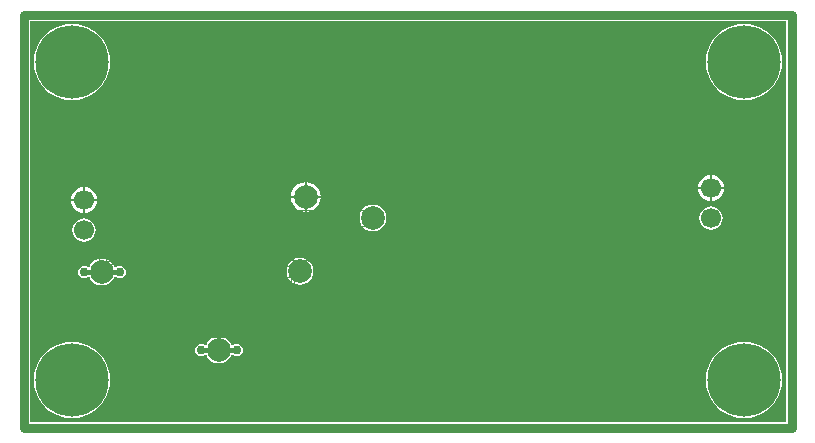
<source format=gbl>
G04*
G04 #@! TF.GenerationSoftware,Altium Limited,Altium Designer,18.1.11 (251)*
G04*
G04 Layer_Physical_Order=2*
G04 Layer_Color=16711680*
%FSLAX25Y25*%
%MOIN*%
G70*
G01*
G75*
%ADD12C,0.00197*%
%ADD13C,0.00650*%
%ADD14C,0.03000*%
%ADD15C,0.00394*%
%ADD39C,0.01600*%
%ADD41C,0.24410*%
%ADD42C,0.06693*%
%ADD43C,0.02953*%
%ADD44C,0.07874*%
G36*
X253866Y2039D02*
X2039D01*
Y135756D01*
X253866D01*
Y2039D01*
D02*
G37*
%LPC*%
G36*
X240000Y134744D02*
X238006Y134587D01*
X236062Y134120D01*
X234214Y133355D01*
X232509Y132310D01*
X230989Y131011D01*
X229690Y129491D01*
X228645Y127786D01*
X227880Y125938D01*
X227413Y123994D01*
X227256Y122000D01*
X227413Y120006D01*
X227880Y118062D01*
X228645Y116214D01*
X229690Y114509D01*
X230989Y112989D01*
X232509Y111690D01*
X234214Y110645D01*
X236062Y109880D01*
X238006Y109413D01*
X240000Y109256D01*
X241994Y109413D01*
X243938Y109880D01*
X245786Y110645D01*
X247491Y111690D01*
X249011Y112989D01*
X250310Y114509D01*
X251355Y116214D01*
X252120Y118062D01*
X252587Y120006D01*
X252744Y122000D01*
X252587Y123994D01*
X252120Y125938D01*
X251355Y127786D01*
X250310Y129491D01*
X249011Y131011D01*
X247491Y132310D01*
X245786Y133355D01*
X243938Y134120D01*
X241994Y134587D01*
X240000Y134744D01*
D02*
G37*
G36*
X16000D02*
X14006Y134587D01*
X12062Y134120D01*
X10214Y133355D01*
X8509Y132310D01*
X6989Y131011D01*
X5690Y129491D01*
X4645Y127786D01*
X3880Y125938D01*
X3413Y123994D01*
X3256Y122000D01*
X3413Y120006D01*
X3880Y118062D01*
X4645Y116214D01*
X5690Y114509D01*
X6989Y112989D01*
X8509Y111690D01*
X10214Y110645D01*
X12062Y109880D01*
X14006Y109413D01*
X16000Y109256D01*
X17994Y109413D01*
X19938Y109880D01*
X21786Y110645D01*
X23491Y111690D01*
X25011Y112989D01*
X26310Y114509D01*
X27355Y116214D01*
X28120Y118062D01*
X28587Y120006D01*
X28744Y122000D01*
X28587Y123994D01*
X28120Y125938D01*
X27355Y127786D01*
X26310Y129491D01*
X25011Y131011D01*
X23491Y132310D01*
X21786Y133355D01*
X19938Y134120D01*
X17994Y134587D01*
X16000Y134744D01*
D02*
G37*
G36*
X229400Y84331D02*
Y80400D01*
X233331D01*
X233235Y81135D01*
X232797Y82192D01*
X232100Y83100D01*
X231192Y83797D01*
X230135Y84235D01*
X229400Y84331D01*
D02*
G37*
G36*
X228600D02*
X227865Y84235D01*
X226808Y83797D01*
X225900Y83100D01*
X225203Y82192D01*
X224765Y81135D01*
X224669Y80400D01*
X228600D01*
Y84331D01*
D02*
G37*
G36*
X94400Y81927D02*
Y77400D01*
X98927D01*
X98810Y78289D01*
X98312Y79490D01*
X97521Y80521D01*
X96490Y81313D01*
X95289Y81810D01*
X94400Y81927D01*
D02*
G37*
G36*
X93600D02*
X92711Y81810D01*
X91510Y81313D01*
X90479Y80521D01*
X89688Y79490D01*
X89190Y78289D01*
X89073Y77400D01*
X93600D01*
Y81927D01*
D02*
G37*
G36*
X20400Y80331D02*
Y76400D01*
X24331D01*
X24235Y77135D01*
X23797Y78192D01*
X23100Y79100D01*
X22192Y79797D01*
X21135Y80235D01*
X20400Y80331D01*
D02*
G37*
G36*
X19600D02*
X18865Y80235D01*
X17808Y79797D01*
X16900Y79100D01*
X16203Y78192D01*
X15765Y77135D01*
X15669Y76400D01*
X19600D01*
Y80331D01*
D02*
G37*
G36*
X233331Y79600D02*
X229400D01*
Y75669D01*
X230135Y75765D01*
X231192Y76203D01*
X232100Y76900D01*
X232797Y77808D01*
X233235Y78865D01*
X233331Y79600D01*
D02*
G37*
G36*
X228600D02*
X224669D01*
X224765Y78865D01*
X225203Y77808D01*
X225900Y76900D01*
X226808Y76203D01*
X227865Y75765D01*
X228600Y75669D01*
Y79600D01*
D02*
G37*
G36*
X98927Y76600D02*
X94400D01*
Y72073D01*
X95289Y72190D01*
X96490Y72688D01*
X97521Y73479D01*
X98312Y74510D01*
X98810Y75711D01*
X98927Y76600D01*
D02*
G37*
G36*
X93600D02*
X89073D01*
X89190Y75711D01*
X89688Y74510D01*
X90479Y73479D01*
X91510Y72688D01*
X92711Y72190D01*
X93600Y72073D01*
Y76600D01*
D02*
G37*
G36*
X24331Y75600D02*
X20400D01*
Y71669D01*
X21135Y71765D01*
X22192Y72203D01*
X23100Y72900D01*
X23797Y73808D01*
X24235Y74865D01*
X24331Y75600D01*
D02*
G37*
G36*
X19600D02*
X15669D01*
X15765Y74865D01*
X16203Y73808D01*
X16900Y72900D01*
X17808Y72203D01*
X18865Y71765D01*
X19600Y71669D01*
Y75600D01*
D02*
G37*
G36*
X229000Y73880D02*
X227996Y73747D01*
X227060Y73360D01*
X226257Y72743D01*
X225640Y71940D01*
X225253Y71004D01*
X225120Y70000D01*
X225253Y68996D01*
X225640Y68060D01*
X226257Y67257D01*
X227060Y66640D01*
X227996Y66253D01*
X229000Y66120D01*
X230004Y66253D01*
X230940Y66640D01*
X231743Y67257D01*
X232360Y68060D01*
X232747Y68996D01*
X232880Y70000D01*
X232747Y71004D01*
X232360Y71940D01*
X231743Y72743D01*
X230940Y73360D01*
X230004Y73747D01*
X229000Y73880D01*
D02*
G37*
G36*
X116350Y74475D02*
X115192Y74323D01*
X114112Y73876D01*
X113186Y73164D01*
X112474Y72238D01*
X112027Y71158D01*
X111875Y70000D01*
X112027Y68842D01*
X112474Y67762D01*
X113186Y66835D01*
X114112Y66124D01*
X115192Y65677D01*
X116350Y65525D01*
X117508Y65677D01*
X118588Y66124D01*
X119515Y66835D01*
X120226Y67762D01*
X120673Y68842D01*
X120825Y70000D01*
X120673Y71158D01*
X120226Y72238D01*
X119515Y73164D01*
X118588Y73876D01*
X117508Y74323D01*
X116350Y74475D01*
D02*
G37*
G36*
X20000Y69880D02*
X18996Y69747D01*
X18060Y69360D01*
X17257Y68743D01*
X16640Y67940D01*
X16253Y67004D01*
X16120Y66000D01*
X16253Y64996D01*
X16640Y64060D01*
X17257Y63257D01*
X18060Y62640D01*
X18996Y62253D01*
X20000Y62120D01*
X21004Y62253D01*
X21940Y62640D01*
X22743Y63257D01*
X23360Y64060D01*
X23747Y64996D01*
X23880Y66000D01*
X23747Y67004D01*
X23360Y67940D01*
X22743Y68743D01*
X21940Y69360D01*
X21004Y69747D01*
X20000Y69880D01*
D02*
G37*
G36*
X26000Y56475D02*
X24842Y56323D01*
X23762Y55876D01*
X22836Y55164D01*
X22124Y54238D01*
X21879Y53645D01*
X21762Y53588D01*
X21285Y53518D01*
X20771Y53862D01*
X20000Y54015D01*
X19229Y53862D01*
X18575Y53425D01*
X18138Y52771D01*
X17985Y52000D01*
X18138Y51229D01*
X18575Y50575D01*
X19229Y50138D01*
X20000Y49985D01*
X20771Y50138D01*
X21285Y50482D01*
X21762Y50412D01*
X21879Y50355D01*
X22124Y49762D01*
X22836Y48836D01*
X23762Y48124D01*
X24842Y47677D01*
X26000Y47525D01*
X27158Y47677D01*
X28238Y48124D01*
X29164Y48836D01*
X29876Y49762D01*
X30121Y50355D01*
X30238Y50412D01*
X30715Y50482D01*
X31229Y50138D01*
X32000Y49985D01*
X32771Y50138D01*
X33425Y50575D01*
X33862Y51229D01*
X34015Y52000D01*
X33862Y52771D01*
X33425Y53425D01*
X32771Y53862D01*
X32000Y54015D01*
X31229Y53862D01*
X30715Y53518D01*
X30238Y53588D01*
X30121Y53645D01*
X29876Y54238D01*
X29164Y55164D01*
X28238Y55876D01*
X27158Y56323D01*
X26000Y56475D01*
D02*
G37*
G36*
X92000Y56725D02*
X90842Y56573D01*
X89762Y56126D01*
X88836Y55414D01*
X88124Y54488D01*
X87677Y53408D01*
X87525Y52250D01*
X87677Y51092D01*
X88124Y50012D01*
X88836Y49086D01*
X89762Y48374D01*
X90842Y47927D01*
X92000Y47775D01*
X93158Y47927D01*
X94238Y48374D01*
X95165Y49086D01*
X95876Y50012D01*
X96323Y51092D01*
X96475Y52250D01*
X96323Y53408D01*
X95876Y54488D01*
X95165Y55414D01*
X94238Y56126D01*
X93158Y56573D01*
X92000Y56725D01*
D02*
G37*
G36*
X65000Y30475D02*
X63842Y30323D01*
X62762Y29876D01*
X61835Y29164D01*
X61124Y28238D01*
X60879Y27645D01*
X60762Y27588D01*
X60285Y27518D01*
X59771Y27862D01*
X59000Y28015D01*
X58229Y27862D01*
X57575Y27425D01*
X57138Y26771D01*
X56985Y26000D01*
X57138Y25229D01*
X57575Y24575D01*
X58229Y24138D01*
X59000Y23985D01*
X59771Y24138D01*
X60285Y24482D01*
X60762Y24412D01*
X60879Y24355D01*
X61124Y23762D01*
X61835Y22836D01*
X62762Y22124D01*
X63842Y21677D01*
X65000Y21525D01*
X66158Y21677D01*
X67238Y22124D01*
X68164Y22836D01*
X68876Y23762D01*
X69121Y24355D01*
X69238Y24412D01*
X69715Y24482D01*
X70229Y24138D01*
X71000Y23985D01*
X71771Y24138D01*
X72425Y24575D01*
X72862Y25229D01*
X73015Y26000D01*
X72862Y26771D01*
X72425Y27425D01*
X71771Y27862D01*
X71000Y28015D01*
X70229Y27862D01*
X69715Y27518D01*
X69238Y27588D01*
X69121Y27645D01*
X68876Y28238D01*
X68164Y29164D01*
X67238Y29876D01*
X66158Y30323D01*
X65000Y30475D01*
D02*
G37*
G36*
X240000Y28744D02*
X238006Y28587D01*
X236062Y28120D01*
X234214Y27355D01*
X232509Y26310D01*
X230989Y25011D01*
X229690Y23491D01*
X228645Y21786D01*
X227880Y19938D01*
X227413Y17994D01*
X227256Y16000D01*
X227413Y14006D01*
X227880Y12062D01*
X228645Y10214D01*
X229690Y8509D01*
X230989Y6989D01*
X232509Y5690D01*
X234214Y4645D01*
X236062Y3880D01*
X238006Y3413D01*
X240000Y3256D01*
X241994Y3413D01*
X243938Y3880D01*
X245786Y4645D01*
X247491Y5690D01*
X249011Y6989D01*
X250310Y8509D01*
X251355Y10214D01*
X252120Y12062D01*
X252587Y14006D01*
X252744Y16000D01*
X252587Y17994D01*
X252120Y19938D01*
X251355Y21786D01*
X250310Y23491D01*
X249011Y25011D01*
X247491Y26310D01*
X245786Y27355D01*
X243938Y28120D01*
X241994Y28587D01*
X240000Y28744D01*
D02*
G37*
G36*
X16000D02*
X14006Y28587D01*
X12062Y28120D01*
X10214Y27355D01*
X8509Y26310D01*
X6989Y25011D01*
X5690Y23491D01*
X4645Y21786D01*
X3880Y19938D01*
X3413Y17994D01*
X3256Y16000D01*
X3413Y14006D01*
X3880Y12062D01*
X4645Y10214D01*
X5690Y8509D01*
X6989Y6989D01*
X8509Y5690D01*
X10214Y4645D01*
X12062Y3880D01*
X14006Y3413D01*
X16000Y3256D01*
X17994Y3413D01*
X19938Y3880D01*
X21786Y4645D01*
X23491Y5690D01*
X25011Y6989D01*
X26310Y8509D01*
X27355Y10214D01*
X28120Y12062D01*
X28587Y14006D01*
X28744Y16000D01*
X28587Y17994D01*
X28120Y19938D01*
X27355Y21786D01*
X26310Y23491D01*
X25011Y25011D01*
X23491Y26310D01*
X21786Y27355D01*
X19938Y28120D01*
X17994Y28587D01*
X16000Y28744D01*
D02*
G37*
%LPD*%
D12*
X69961Y34157D02*
X90039D01*
X69961Y53843D02*
X90039D01*
X69961Y34157D02*
Y53843D01*
X90039Y34157D02*
Y53843D01*
X86976Y72583D02*
X101543D01*
X86976Y56047D02*
X101543D01*
Y72583D01*
X86976Y56047D02*
Y72583D01*
X75961Y18260D02*
X88953D01*
X75961Y25740D02*
X88953D01*
Y18260D02*
Y25740D01*
X75961Y18260D02*
Y25740D01*
X102291Y67244D02*
Y72756D01*
X113709Y67244D02*
Y72756D01*
X102291D02*
X113709D01*
X102291Y67244D02*
X113709D01*
X87559Y12441D02*
Y17559D01*
X76339Y12441D02*
X87559D01*
X76142D02*
Y17559D01*
X76339D02*
X87559D01*
X24953Y54520D02*
X69047D01*
X24953Y69480D02*
X69047D01*
Y54520D02*
Y69480D01*
X24953Y54520D02*
Y69480D01*
X40492Y30386D02*
X69232D01*
X40492Y53614D02*
X69232D01*
Y30386D02*
Y53614D01*
X40492Y30386D02*
Y53614D01*
X76307Y26063D02*
X89693D01*
X76307Y33937D02*
X89693D01*
Y26063D02*
Y33937D01*
X76307Y26063D02*
Y33937D01*
X70260Y59047D02*
Y72039D01*
X77740Y59047D02*
Y72039D01*
X70260Y59047D02*
X77740D01*
X70260Y72039D02*
X77740D01*
X85740Y59047D02*
Y72039D01*
X78260Y59047D02*
Y72039D01*
X85740D01*
X78260Y59047D02*
X85740D01*
D13*
X228200Y31200D02*
Y34699D01*
X229366Y33533D01*
X230533Y34699D01*
Y31200D01*
X231699Y34699D02*
Y31200D01*
Y32949D01*
X234031D01*
Y34699D01*
Y31200D01*
X236947D02*
Y34699D01*
X235198Y32949D01*
X237530D01*
X219350Y129650D02*
Y133149D01*
X220516Y131983D01*
X221683Y133149D01*
Y129650D01*
X222849Y133149D02*
Y129650D01*
Y131399D01*
X225181D01*
Y133149D01*
Y129650D01*
X226348D02*
X227514D01*
X226931D01*
Y133149D01*
X226348Y132566D01*
X4200Y31200D02*
Y34699D01*
X5366Y33533D01*
X6533Y34699D01*
Y31200D01*
X7699Y34699D02*
Y31200D01*
Y32949D01*
X10031D01*
Y34699D01*
Y31200D01*
X13530D02*
X11198D01*
X13530Y33533D01*
Y34116D01*
X12947Y34699D01*
X11781D01*
X11198Y34116D01*
X31650Y129750D02*
Y133249D01*
X32816Y132083D01*
X33983Y133249D01*
Y129750D01*
X35149Y133249D02*
Y129750D01*
Y131499D01*
X37481D01*
Y133249D01*
Y129750D01*
X38648Y132666D02*
X39231Y133249D01*
X40397D01*
X40980Y132666D01*
Y132083D01*
X40397Y131499D01*
X39814D01*
X40397D01*
X40980Y130916D01*
Y130333D01*
X40397Y129750D01*
X39231D01*
X38648Y130333D01*
D14*
X0Y0D02*
X255906D01*
Y137795D01*
X0D02*
X255906D01*
X0Y0D02*
Y137795D01*
D15*
X76653Y43695D02*
G03*
X76653Y43695I-1969J0D01*
G01*
X70945Y39955D02*
X89055D01*
X70945Y50191D02*
X89055D01*
X70945Y39955D02*
Y50191D01*
X89055Y39955D02*
Y50191D01*
X88059Y67563D02*
X100461D01*
X88059Y61067D02*
X100461D01*
Y67563D01*
X88059Y61067D02*
Y67563D01*
X78323Y19342D02*
X86591D01*
X78323Y24657D02*
X86591D01*
Y19342D02*
Y24657D01*
X78323Y19342D02*
Y24657D01*
X104654Y68228D02*
Y71772D01*
X111346Y68228D02*
Y71772D01*
X104654D02*
X111346D01*
X104654Y68228D02*
X111346D01*
X27315Y55701D02*
X66685D01*
X27315Y68299D02*
X66685D01*
Y55701D02*
Y68299D01*
X27315Y55701D02*
Y68299D01*
X42854Y31370D02*
X66870D01*
X42854Y52630D02*
X66870D01*
Y31370D02*
Y52630D01*
X42854Y31370D02*
Y52630D01*
X78669Y27146D02*
X87331D01*
X78669Y32854D02*
X87331D01*
Y27146D02*
Y32854D01*
X78669Y27146D02*
Y32854D01*
X71342Y61409D02*
Y69677D01*
X76657Y61409D02*
Y69677D01*
X71342Y61409D02*
X76657D01*
X71342Y69677D02*
X76657D01*
X84658Y61409D02*
Y69677D01*
X79343Y61409D02*
Y69677D01*
X84658D01*
X79343Y61409D02*
X84658D01*
X80000Y43104D02*
Y47041D01*
X78031Y45073D02*
X81968D01*
X94260Y62347D02*
Y66284D01*
X92291Y64315D02*
X96228D01*
X82457Y20031D02*
Y23968D01*
X80488Y22000D02*
X84425D01*
X106228Y70000D02*
X109772D01*
X108000Y68228D02*
Y71772D01*
X47000Y60031D02*
Y63968D01*
X45031Y62000D02*
X48968D01*
X54862Y40031D02*
Y43968D01*
X52894Y42000D02*
X56831D01*
X83000Y28032D02*
Y31969D01*
X81032Y30000D02*
X84969D01*
X72031Y65543D02*
X75968D01*
X74000Y63575D02*
Y67512D01*
X80032Y65543D02*
X83969D01*
X82000Y63575D02*
Y67512D01*
D39*
X65000Y26000D02*
X71000D01*
X59000D02*
X65000D01*
X26000Y52000D02*
X32000D01*
X20000D02*
X26000D01*
D41*
X240000Y16000D02*
D03*
Y122000D02*
D03*
X16000Y16000D02*
D03*
Y122000D02*
D03*
D42*
X20000Y76000D02*
D03*
Y66000D02*
D03*
X229000Y70000D02*
D03*
Y80000D02*
D03*
D43*
X240000Y100000D02*
D03*
X250000Y80000D02*
D03*
X240000Y60000D02*
D03*
X250000Y40000D02*
D03*
X220000Y100000D02*
D03*
Y60000D02*
D03*
X230000Y40000D02*
D03*
X220000Y20000D02*
D03*
X210000Y120000D02*
D03*
X200000Y100000D02*
D03*
X210000Y80000D02*
D03*
X200000Y60000D02*
D03*
X210000Y40000D02*
D03*
X200000Y20000D02*
D03*
X190000Y120000D02*
D03*
X180000Y100000D02*
D03*
X190000Y80000D02*
D03*
X180000Y60000D02*
D03*
X190000Y40000D02*
D03*
X180000Y20000D02*
D03*
X170000Y120000D02*
D03*
X160000Y100000D02*
D03*
X170000Y80000D02*
D03*
X160000Y60000D02*
D03*
X170000Y40000D02*
D03*
X160000Y20000D02*
D03*
X150000Y120000D02*
D03*
X140000Y100000D02*
D03*
X150000Y80000D02*
D03*
X140000Y60000D02*
D03*
X150000Y40000D02*
D03*
X140000Y20000D02*
D03*
X130000Y120000D02*
D03*
X120000Y100000D02*
D03*
X130000Y80000D02*
D03*
X120000Y60000D02*
D03*
X130000Y40000D02*
D03*
X120000Y20000D02*
D03*
X110000Y120000D02*
D03*
X100000Y100000D02*
D03*
X110000Y80000D02*
D03*
Y40000D02*
D03*
X100000Y20000D02*
D03*
X90000Y120000D02*
D03*
X80000Y100000D02*
D03*
X70000Y120000D02*
D03*
X60000Y100000D02*
D03*
X70000Y80000D02*
D03*
X50000Y120000D02*
D03*
X40000Y100000D02*
D03*
X50000Y80000D02*
D03*
X40000Y20000D02*
D03*
X20000Y100000D02*
D03*
X30000Y80000D02*
D03*
Y40000D02*
D03*
X116400Y70000D02*
D03*
X92050Y52200D02*
D03*
X71000Y26000D02*
D03*
X59000D02*
D03*
X20000Y52000D02*
D03*
X32000D02*
D03*
D44*
X92000Y52250D02*
D03*
X65000Y26000D02*
D03*
X116350Y70000D02*
D03*
X26000Y52000D02*
D03*
X94000Y77000D02*
D03*
M02*

</source>
